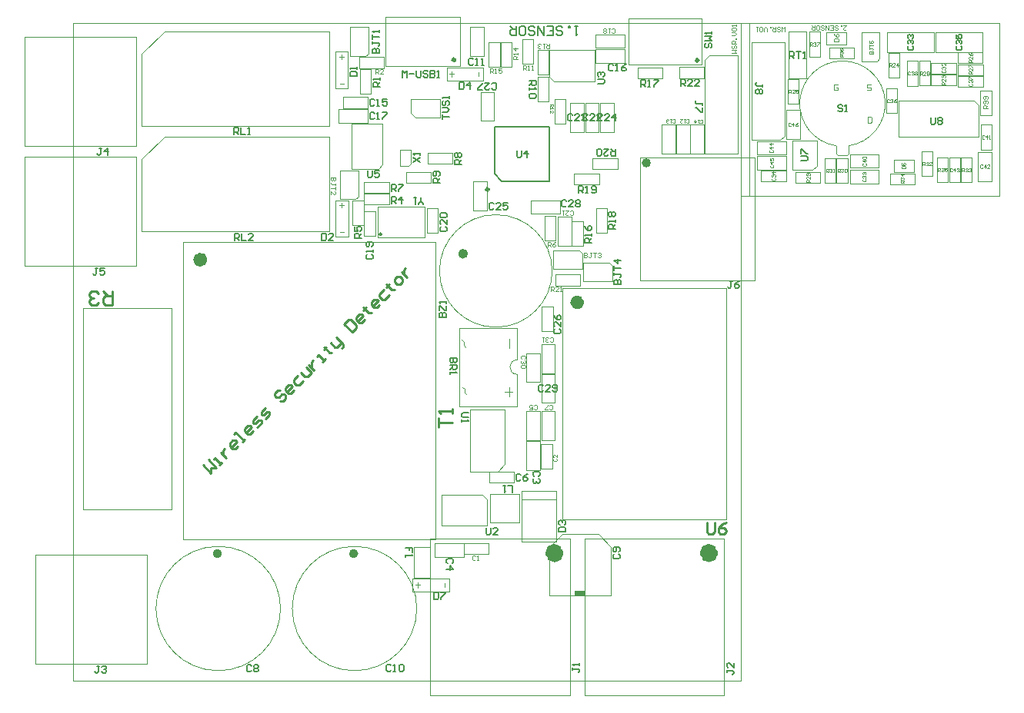
<source format=gto>
G04*
G04 #@! TF.GenerationSoftware,Altium Limited,Altium Designer,21.7.1 (17)*
G04*
G04 Layer_Color=65535*
%FSLAX25Y25*%
%MOIN*%
G70*
G04*
G04 #@! TF.SameCoordinates,E541626C-5F42-4904-A579-91A45D143E40*
G04*
G04*
G04 #@! TF.FilePolarity,Positive*
G04*
G01*
G75*
%ADD10C,0.03937*%
%ADD11C,0.01968*%
%ADD12C,0.00394*%
%ADD13C,0.03543*%
%ADD14C,0.01575*%
%ADD15C,0.02362*%
%ADD16C,0.01181*%
%ADD17C,0.01000*%
%ADD18C,0.03150*%
%ADD19C,0.00787*%
%ADD20C,0.00500*%
%ADD21C,0.00400*%
%ADD22C,0.00800*%
%ADD23C,0.00300*%
%ADD24R,0.04724X0.02362*%
D10*
X210602Y55539D02*
G03*
X210602Y55539I-1969J0D01*
G01*
X277532D02*
G03*
X277532Y55539I-1969J0D01*
G01*
D11*
X122638Y55315D02*
G03*
X122638Y55315I-984J0D01*
G01*
X249449Y224849D02*
G03*
X249449Y224849I-984J0D01*
G01*
X63583Y55315D02*
G03*
X63583Y55315I-984J0D01*
G01*
D12*
X149016Y31496D02*
G03*
X149016Y31496I-26969J0D01*
G01*
X336209Y232241D02*
G03*
X330739Y232241I-2735J18301D01*
G01*
X336209D02*
G03*
X330739Y232241I-2735J18301D01*
G01*
X346057Y244424D02*
G03*
X345663Y244817I-394J0D01*
G01*
Y242062D02*
G03*
X346057Y242455I0J394D01*
G01*
X89961Y31496D02*
G03*
X89961Y31496I-26969J0D01*
G01*
X207677Y177953D02*
G03*
X207677Y177953I-24409J0D01*
G01*
X192520Y139370D02*
G03*
X192520Y133071I0J-3150D01*
G01*
X162992Y38976D02*
Y44488D01*
X147244D02*
X162992D01*
X147244Y38976D02*
Y44488D01*
Y38976D02*
X162992D01*
X148425Y41732D02*
X150394D01*
X149452Y42795D02*
X149495Y40649D01*
X161024Y40945D02*
Y42520D01*
X154697Y-6272D02*
Y61839D01*
X215327D01*
X154697Y-6272D02*
X215327D01*
Y61839D01*
X212205Y170640D02*
X283071D01*
Y70118D02*
Y170640D01*
X212205Y70118D02*
X283071D01*
X212205D02*
Y170640D01*
X334943Y228066D02*
X335408D01*
X331540D02*
X335049D01*
X330718Y228888D02*
X331540Y228066D01*
X336230Y231250D02*
Y232038D01*
Y228888D02*
Y229676D01*
Y231250D01*
X330718Y228888D02*
Y232040D01*
X335408Y228066D02*
X336230Y228888D01*
X334943Y228066D02*
X335408D01*
X331540D02*
X335049D01*
X330718Y228888D02*
X331540Y228066D01*
X336230Y231250D02*
Y232038D01*
Y228888D02*
Y229676D01*
Y231250D01*
X330718Y228888D02*
Y232040D01*
X335408Y228066D02*
X336230Y228888D01*
X346057Y242455D02*
Y244424D01*
X344482Y244817D02*
X345663D01*
X344482Y242062D02*
Y244817D01*
X346057Y242455D02*
Y244424D01*
X344482Y242062D02*
X345663D01*
X344482D02*
Y244817D01*
X344088Y256432D02*
X345663D01*
Y257613D01*
X344088D02*
X345663D01*
X344088D02*
Y258794D01*
X345663D01*
X330758Y257613D02*
X331490D01*
Y256432D02*
Y257613D01*
X329915Y256432D02*
X331490D01*
X329915D02*
Y258794D01*
X331490D01*
X282256Y-6272D02*
Y61839D01*
X221626Y-6272D02*
X282256D01*
X221626Y61839D02*
X282256D01*
X221626Y-6272D02*
Y61839D01*
X295276Y173983D02*
Y227093D01*
X245669Y173983D02*
X295276D01*
X245669Y227093D02*
X295276D01*
X245669Y173983D02*
Y227093D01*
X206496Y37008D02*
X233268D01*
Y58268D01*
X227756Y63779D02*
X233268Y58268D01*
X212008Y63779D02*
X227756D01*
X206496Y58268D02*
X212008Y63779D01*
X206496Y37008D02*
Y58268D01*
X355669Y226160D02*
X364331D01*
X355669Y220664D02*
Y226160D01*
X364331Y220664D02*
Y226160D01*
X355669Y220664D02*
X364331D01*
X326469Y276044D02*
X335131D01*
Y281556D01*
X326469Y276044D02*
Y281556D01*
X335131D01*
X32026Y7480D02*
Y54724D01*
X-16267Y7480D02*
X32026D01*
X-16267Y54724D02*
X32026D01*
X-16267Y7480D02*
Y54724D01*
X27499Y232087D02*
Y279331D01*
X-20795Y232087D02*
X27499D01*
X-20795Y279331D02*
X27499D01*
X-20795Y232087D02*
Y279331D01*
X27499Y180118D02*
Y227362D01*
X-20795Y180118D02*
X27499D01*
X-20795Y227362D02*
X27499D01*
X-20795Y180118D02*
Y227362D01*
X4331Y74410D02*
X42913D01*
Y161811D01*
X4331D02*
X42913D01*
X4331Y74410D02*
Y161811D01*
X135479Y266742D02*
X167762D01*
X135479D02*
Y288002D01*
X167762D01*
Y266742D02*
Y288002D01*
X273688Y228904D02*
X288255D01*
Y271424D01*
X275657D02*
X288255D01*
X273688Y269455D02*
X275657Y271424D01*
X273688Y228904D02*
Y269455D01*
X293945Y277202D02*
X308512D01*
X293945Y234682D02*
Y277202D01*
Y234682D02*
X306543D01*
X308512Y236650D01*
Y277202D01*
X154724Y44882D02*
Y58268D01*
X147638Y44882D02*
X154724D01*
X147638D02*
Y58268D01*
X154724D01*
X209480Y60376D02*
Y82424D01*
X194520D02*
X209480D01*
X194520Y60376D02*
Y82424D01*
Y60376D02*
X209480D01*
X194913Y78880D02*
X209480D01*
X159199Y244635D02*
Y252509D01*
X146601D02*
X159199D01*
X148569Y244635D02*
X159199D01*
X146601Y246604D02*
X148569Y244635D01*
X146601Y246604D02*
Y252509D01*
X310033Y261471D02*
Y281711D01*
Y261471D02*
X317907D01*
X310033Y281711D02*
X317907D01*
Y261471D02*
Y281711D01*
X124475Y254683D02*
X129203D01*
X124475D02*
Y265419D01*
X129203D01*
Y254683D02*
Y265419D01*
X124181Y265954D02*
Y270683D01*
X134918D01*
Y265954D02*
Y270683D01*
X124181Y265954D02*
X134918D01*
X136966Y206834D02*
Y211562D01*
X126230Y206834D02*
X136966D01*
X126230D02*
Y211562D01*
X136966D01*
X121238Y208566D02*
X125966D01*
Y197830D02*
Y208566D01*
X121238Y197830D02*
X125966D01*
X121238D02*
Y208566D01*
X204331Y201823D02*
X209059D01*
Y191087D02*
Y201823D01*
X204331Y191087D02*
X209059D01*
X204331D02*
Y201823D01*
X136966Y211834D02*
Y216562D01*
X126230Y211834D02*
X136966D01*
X126230D02*
Y216562D01*
X136966D01*
X153634Y224338D02*
Y229066D01*
X164370D01*
Y224338D02*
Y229066D01*
X153634Y224338D02*
X164370D01*
X144534Y216038D02*
Y220766D01*
X155270D01*
Y216038D02*
Y220766D01*
X144534Y216038D02*
X155270D01*
X201438Y262166D02*
X206166D01*
Y251430D02*
Y262166D01*
X201438Y251430D02*
X206166D01*
X201438D02*
Y262166D01*
X194838Y278566D02*
X199566D01*
Y267830D02*
Y278566D01*
X194838Y267830D02*
X199566D01*
X194838D02*
Y278566D01*
X208638Y252566D02*
X213366D01*
Y241830D02*
Y252566D01*
X208638Y241830D02*
X213366D01*
X208638D02*
Y252566D01*
X201438Y273766D02*
X206166D01*
Y263030D02*
Y273766D01*
X201438Y263030D02*
X206166D01*
X201438D02*
Y273766D01*
X185538Y277266D02*
X190266D01*
Y266530D02*
Y277266D01*
X185538Y266530D02*
X190266D01*
X185538D02*
Y277266D01*
X180238D02*
X184966D01*
Y266530D02*
Y277266D01*
X180238Y266530D02*
X184966D01*
X180238D02*
Y277266D01*
X216234Y188834D02*
X220962D01*
X216234D02*
Y199570D01*
X220962D01*
Y188834D02*
Y199570D01*
X255381Y261571D02*
Y266299D01*
X244645Y261571D02*
X255381D01*
X244645D02*
Y266299D01*
X255381D01*
X226638Y205166D02*
X231366D01*
Y194430D02*
Y205166D01*
X226638Y194430D02*
X231366D01*
X226638D02*
Y205166D01*
X217234Y215438D02*
Y220166D01*
X227970D01*
Y215438D02*
Y220166D01*
X217234Y215438D02*
X227970D01*
X235966Y222234D02*
Y226962D01*
X225230Y222234D02*
X235966D01*
X225230D02*
Y226962D01*
X235966D01*
X219933Y171650D02*
Y176378D01*
X209197Y171650D02*
X219933D01*
X209197D02*
Y176378D01*
X219933D01*
X273466Y261634D02*
Y266362D01*
X262730Y261634D02*
X273466D01*
X262730D02*
Y266362D01*
X273466D01*
X382614Y258406D02*
Y263134D01*
X371878Y258406D02*
X382614D01*
X371878D02*
Y263134D01*
X382614D01*
X353340Y272625D02*
X358069D01*
Y261888D02*
Y272625D01*
X353340Y261888D02*
X358069D01*
X353340D02*
Y272625D01*
X309838Y261166D02*
X314566D01*
Y250430D02*
Y261166D01*
X309838Y250430D02*
X314566D01*
X309838D02*
Y261166D01*
X383506Y268046D02*
Y272774D01*
X394242D01*
Y268046D02*
Y272774D01*
X383506Y268046D02*
X394242D01*
X394287Y262924D02*
Y267652D01*
X383551Y262924D02*
X394287D01*
X383551D02*
Y267652D01*
X394287D01*
X366634Y258333D02*
X371362D01*
X366634D02*
Y269070D01*
X371362D01*
Y258333D02*
Y269070D01*
X323866Y216034D02*
Y220762D01*
X313130Y216034D02*
X323866D01*
X313130D02*
Y220762D01*
X323866D01*
X330906Y226955D02*
X335634D01*
Y216219D02*
Y226955D01*
X330906Y216219D02*
X335634D01*
X330906D02*
Y226955D01*
X325756D02*
X330485D01*
Y216219D02*
Y226955D01*
X325756Y216219D02*
X330485D01*
X325756D02*
Y226955D01*
X367838Y229766D02*
X372566D01*
Y219030D02*
Y229766D01*
X367838Y219030D02*
X372566D01*
X367838D02*
Y229766D01*
X384834Y216434D02*
X389562D01*
X384834D02*
Y227170D01*
X389562D01*
Y216434D02*
Y227170D01*
X364759Y215473D02*
Y220201D01*
X354023Y215473D02*
X364759D01*
X354023D02*
Y220201D01*
X364759D01*
X374438Y227166D02*
X379166D01*
Y216430D02*
Y227166D01*
X374438Y216430D02*
X379166D01*
X374438D02*
Y227166D01*
X338431Y270207D02*
Y274936D01*
X327695Y270207D02*
X338431D01*
X327695D02*
Y274936D01*
X338431D01*
X319088Y281680D02*
X323817D01*
Y270943D02*
Y281680D01*
X319088Y270943D02*
X323817D01*
X319088D02*
Y281680D01*
X393238Y256166D02*
X397966D01*
Y245430D02*
Y256166D01*
X393238Y245430D02*
X397966D01*
X393238D02*
Y256166D01*
X180709Y81299D02*
X193307D01*
Y68701D02*
Y81299D01*
X180709Y68701D02*
X193307D01*
X180709D02*
Y81299D01*
X240815Y287637D02*
X272311D01*
Y267558D02*
Y287637D01*
X240815Y267558D02*
X272311D01*
X240815D02*
Y287637D01*
X168898Y127559D02*
X169685Y126772D01*
Y125197D02*
Y126772D01*
Y125197D02*
X170472Y124409D01*
X168504Y148031D02*
X169291Y147244D01*
Y145669D02*
Y147244D01*
Y145669D02*
X170079Y144882D01*
X187008Y125591D02*
X190551D01*
X188976Y123622D02*
Y127559D01*
Y144488D02*
Y148425D01*
X167323Y119291D02*
X192520D01*
X167323Y153150D02*
X192520D01*
X167323Y119291D02*
Y153150D01*
X192520Y119291D02*
Y133071D01*
Y139370D02*
Y153150D01*
X352878Y281629D02*
X373122D01*
X352878Y272967D02*
Y281629D01*
X373122Y272967D02*
Y281629D01*
X352878Y272967D02*
X373122D01*
X373927D02*
X394171D01*
Y281629D01*
X373927Y272967D02*
Y281629D01*
X394171D01*
X196462Y104134D02*
X202358D01*
X196462Y91535D02*
Y104134D01*
Y91535D02*
X202358D01*
Y104134D01*
X156701Y53853D02*
Y59749D01*
Y53853D02*
X169299D01*
Y59749D01*
X156701D02*
X169299D01*
X196461Y104528D02*
X202357D01*
Y117126D01*
X196461D02*
X202357D01*
X196461Y104528D02*
Y117126D01*
X202957Y104528D02*
X208853D01*
Y117126D01*
X202957D02*
X208853D01*
X202957Y104528D02*
Y117126D01*
X172053Y283699D02*
X177949D01*
X172053Y271101D02*
Y283699D01*
Y271101D02*
X177949D01*
Y283699D01*
X261421Y241520D02*
X267317D01*
X261421Y228921D02*
Y241520D01*
Y228921D02*
X267317D01*
Y241520D01*
X255122D02*
X261018D01*
X255122Y228921D02*
Y241520D01*
Y228921D02*
X261018D01*
Y241520D01*
X267453D02*
X273349D01*
X267453Y228921D02*
Y241520D01*
Y228921D02*
X273349D01*
Y241520D01*
X239139Y268254D02*
Y274150D01*
X226541D02*
X239139D01*
X226541Y268254D02*
Y274150D01*
Y268254D02*
X239139D01*
X127778Y242327D02*
Y248223D01*
X115180D02*
X127778D01*
X115180Y242327D02*
Y248223D01*
Y242327D02*
X127778D01*
X239139Y274750D02*
Y280646D01*
X226541D02*
X239139D01*
X226541Y274750D02*
Y280646D01*
Y274750D02*
X239139D01*
X210053Y201499D02*
X215949D01*
X210053Y188901D02*
Y201499D01*
Y188901D02*
X215949D01*
Y201499D01*
X222034Y250769D02*
X227930D01*
X222034Y238171D02*
Y250769D01*
Y238171D02*
X227930D01*
Y250769D01*
X215535D02*
X221431D01*
X215535Y238171D02*
Y250769D01*
Y238171D02*
X221431D01*
Y250769D01*
X228530D02*
X234426D01*
X228530Y238171D02*
Y250769D01*
Y238171D02*
X234426D01*
Y250769D01*
X173451Y204101D02*
X179347D01*
Y216699D01*
X173451D02*
X179347D01*
X173451Y204101D02*
Y216699D01*
X176653Y255639D02*
X182549D01*
X176653Y243041D02*
Y255639D01*
Y243041D02*
X182549D01*
Y255639D01*
X211199Y202751D02*
Y208647D01*
X198601D02*
X211199D01*
X198601Y202751D02*
Y208647D01*
Y202751D02*
X211199D01*
X202957Y120669D02*
X208853D01*
Y133268D01*
X202957D02*
X208853D01*
X202957Y120669D02*
Y133268D01*
X196462Y142323D02*
X202358D01*
X196462Y129724D02*
Y142323D01*
Y129724D02*
X202358D01*
Y142323D01*
X202958Y146260D02*
X208854D01*
X202958Y133661D02*
Y146260D01*
Y133661D02*
X208854D01*
Y146260D01*
X349206Y215884D02*
Y221780D01*
X336608D02*
X349206D01*
X336608Y215884D02*
Y221780D01*
Y215884D02*
X349206D01*
Y222666D02*
Y228562D01*
X336608D02*
X349206D01*
X336608Y222666D02*
Y228562D01*
Y222666D02*
X349206D01*
X392251Y216901D02*
X398147D01*
Y229499D01*
X392251D02*
X398147D01*
X392251Y216901D02*
Y229499D01*
X296482Y228359D02*
Y234255D01*
Y228359D02*
X309081D01*
Y234255D01*
X296482D02*
X309081D01*
X296441Y221988D02*
Y227885D01*
Y221988D02*
X309040D01*
Y227885D01*
X296441D02*
X309040D01*
X309053Y247699D02*
X314949D01*
X309053Y235101D02*
Y247699D01*
Y235101D02*
X314949D01*
Y247699D01*
X169418Y54997D02*
X180206D01*
Y59749D01*
X169418D02*
X180206D01*
X169418Y54997D02*
Y59749D01*
X207685Y92059D02*
Y102847D01*
X202933D02*
X207685D01*
X202933Y92059D02*
Y102847D01*
Y92059D02*
X207685D01*
X180421Y90756D02*
X191209D01*
X180421Y86004D02*
Y90756D01*
Y86004D02*
X191209D01*
Y90756D01*
X117018Y248630D02*
X127805D01*
Y253382D01*
X117018D02*
X127805D01*
X117018Y248630D02*
Y253382D01*
X130970Y193018D02*
Y203805D01*
X126218D02*
X130970D01*
X126218Y193018D02*
Y203805D01*
Y193018D02*
X130970D01*
X153430Y194395D02*
Y205182D01*
Y194395D02*
X158182D01*
Y205182D01*
X153430D02*
X158182D01*
X371843Y268260D02*
X382630D01*
X371843Y263508D02*
Y268260D01*
Y263508D02*
X382630D01*
Y268260D01*
X298195Y221570D02*
X308982D01*
X298195Y216818D02*
Y221570D01*
Y216818D02*
X308982D01*
Y221570D01*
X357088Y246375D02*
Y257162D01*
X352337D02*
X357088D01*
X352337Y246375D02*
Y257162D01*
Y246375D02*
X357088D01*
X383516Y262542D02*
X394303D01*
X383516Y257790D02*
Y262542D01*
Y257790D02*
X394303D01*
Y262542D01*
X366170Y258318D02*
Y269105D01*
X361418D02*
X366170D01*
X361418Y258318D02*
Y269105D01*
Y258318D02*
X366170D01*
X398170Y230618D02*
Y241406D01*
X393418D02*
X398170D01*
X393418Y230618D02*
Y241406D01*
Y230618D02*
X398170D01*
X379630Y216394D02*
Y227182D01*
Y216394D02*
X384382D01*
Y227182D01*
X379630D02*
X384382D01*
X203230Y151795D02*
Y162582D01*
Y151795D02*
X207982D01*
Y162582D01*
X203230D02*
X207982D01*
X311678Y221761D02*
X320540D01*
X322335Y223556D01*
Y234359D01*
X311678Y221761D02*
Y234359D01*
X322335D01*
X120148Y283671D02*
X128022D01*
X120148Y271072D02*
Y283671D01*
X128022Y272253D02*
Y283671D01*
X126841Y271072D02*
X128022Y272253D01*
X120148Y271072D02*
X126841D01*
X115748Y221654D02*
X123622D01*
X115748Y209055D02*
Y221654D01*
X123622Y210236D02*
Y221654D01*
X122441Y209055D02*
X123622Y210236D01*
X115748Y209055D02*
X122441D01*
X208071Y178937D02*
Y186811D01*
Y178937D02*
X220669D01*
X208071Y186811D02*
X219488D01*
X220669Y185630D01*
Y178937D02*
Y185630D01*
X221063Y173622D02*
Y181496D01*
Y173622D02*
X233661D01*
X221063Y181496D02*
X232480D01*
X233661Y180315D01*
Y173622D02*
Y180315D01*
X341726Y281432D02*
X349600D01*
X341726Y268833D02*
Y281432D01*
X349600Y270014D02*
Y281432D01*
X348419Y268833D02*
X349600Y270014D01*
X341726Y268833D02*
X348419D01*
X113744Y257326D02*
X119256D01*
Y273074D01*
X113744D02*
X119256D01*
X113744Y257326D02*
Y273074D01*
X116500Y269924D02*
Y271893D01*
X115417Y270823D02*
X117562Y270866D01*
X115713Y259295D02*
X117287D01*
X113779Y192913D02*
X119291D01*
Y208661D01*
X113779D02*
X119291D01*
X113779Y192913D02*
Y208661D01*
X116535Y205512D02*
Y207480D01*
X115452Y206411D02*
X117598Y206453D01*
X115748Y194882D02*
X117323D01*
X177762Y260644D02*
Y266156D01*
X162014D02*
X177762D01*
X162014Y260644D02*
Y266156D01*
Y260644D02*
X177762D01*
X163195Y263400D02*
X165164D01*
X164222Y264462D02*
X164265Y262316D01*
X175794Y262613D02*
Y264187D01*
X131964Y192507D02*
Y205893D01*
Y192507D02*
X152436D01*
Y205893D01*
X131964D02*
X152436D01*
X110984Y240984D02*
Y281929D01*
X29882Y240984D02*
X110984D01*
X29882D02*
Y272087D01*
X39724Y281929D01*
X110984D01*
X111024Y195276D02*
Y236221D01*
X29921Y195276D02*
X111024D01*
X29921D02*
Y226378D01*
X39764Y236221D01*
X111024D01*
X172244Y117717D02*
X187205D01*
X172244Y90945D02*
Y117717D01*
X187205Y94095D02*
Y117717D01*
X184055Y90945D02*
X187205Y94095D01*
X172244Y90945D02*
X184055D01*
X392514Y236156D02*
Y249936D01*
X390545Y251904D02*
X392514Y249936D01*
X357868Y251904D02*
X390545D01*
X357868Y236156D02*
Y251904D01*
Y236156D02*
X392514D01*
X157087Y61417D02*
Y190551D01*
X47638Y61417D02*
X157087D01*
X47638D02*
Y190551D01*
X157087D01*
X177559Y80905D02*
X179527Y78937D01*
Y67520D02*
Y78937D01*
X159843Y80905D02*
X177559D01*
X159843Y67520D02*
X179527D01*
X159843D02*
Y80905D01*
X206557Y262276D02*
X208526Y260307D01*
X206557Y262276D02*
Y273693D01*
X208526Y260307D02*
X226242D01*
X206557Y273693D02*
X226242D01*
Y260307D02*
Y273693D01*
X132283Y222047D02*
X134252Y224016D01*
X120866Y222047D02*
X132283D01*
X134252Y224016D02*
Y241732D01*
X120866Y222047D02*
Y241732D01*
X134252D01*
X141838Y223357D02*
X145381D01*
X146562Y224538D01*
Y230443D01*
X141838D02*
X146562D01*
X141838Y223357D02*
Y230443D01*
X289370Y0D02*
Y285416D01*
X289381Y285426D01*
X401400D01*
X293000Y210800D02*
X293200Y285400D01*
X401400Y210660D02*
Y285426D01*
X289370Y210660D02*
X401400D01*
X287203Y285465D02*
X289370Y285433D01*
X287402Y0D02*
X289370D01*
X0Y285433D02*
X287203Y285465D01*
X0Y0D02*
Y285433D01*
Y0D02*
X287402D01*
D13*
X219685Y164341D02*
G03*
X219685Y164341I-1181J0D01*
G01*
D14*
X165400Y269498D02*
G03*
X165400Y269498I-394J0D01*
G01*
D15*
X170079Y185433D02*
G03*
X170079Y185433I-984J0D01*
G01*
D16*
X271084Y269357D02*
G03*
X271084Y269357I-557J0D01*
G01*
X180216Y213376D02*
G03*
X180216Y213376I-591J0D01*
G01*
D17*
X133743Y193885D02*
G03*
X133743Y193885I-394J0D01*
G01*
X56287Y93727D02*
X59822Y90192D01*
Y92549D01*
X62178D01*
X58644Y96083D01*
X63356Y93727D02*
X64534Y94905D01*
X63945Y94316D01*
X61589Y96672D01*
X61000Y96083D01*
X63945Y99028D02*
X66302Y96672D01*
X65123Y97850D01*
Y99028D01*
Y100206D01*
X65712Y100795D01*
X71603Y101974D02*
X70425Y100795D01*
X69247D01*
X68069Y101974D01*
X68069Y103152D01*
X69247Y104330D01*
X70425D01*
X71014Y103741D01*
X68658Y101385D01*
X73370Y103741D02*
X74549Y104919D01*
X73959Y104330D01*
X70425Y107864D01*
X69836Y107275D01*
X78083Y108453D02*
X76905Y107275D01*
X75727D01*
X74549Y108453D01*
Y109632D01*
X75727Y110810D01*
X76905D01*
X77494Y110221D01*
X75138Y107864D01*
X79850Y110221D02*
X81617Y111988D01*
X81617Y113166D01*
X80439D01*
X79261Y111988D01*
X78083D01*
X78083Y113166D01*
X79850Y114933D01*
X83385Y113755D02*
X85152Y115522D01*
X85152Y116700D01*
X83973D01*
X82795Y115522D01*
X81617D01*
X81617Y116700D01*
X83385Y118467D01*
X89864Y126125D02*
X88686Y126125D01*
X87508Y124947D01*
Y123769D01*
X88097Y123180D01*
X89275D01*
X90453Y124358D01*
X91631Y124358D01*
X92220Y123769D01*
X92220Y122591D01*
X91042Y121413D01*
X89864D01*
X95755Y126125D02*
X94577Y124947D01*
X93399D01*
X92220Y126125D01*
Y127303D01*
X93399Y128482D01*
X94577D01*
X95166Y127892D01*
X92809Y125536D01*
X97522Y132605D02*
X95755Y130838D01*
Y129660D01*
X96933Y128481D01*
X98111D01*
X99878Y130249D01*
X98700Y133783D02*
X100467Y132016D01*
X101646D01*
X103413Y133783D01*
X101056Y136139D01*
X102234Y137318D02*
X104591Y134961D01*
X103413Y136139D01*
Y137318D01*
Y138496D01*
X104002Y139085D01*
X108125Y138496D02*
X109303Y139674D01*
X108714Y139085D01*
X106358Y141441D01*
X105769Y140852D01*
X108714Y144975D02*
X109303Y144386D01*
X108714Y143797D01*
X109892Y144975D01*
X109303Y144386D01*
X111071Y142619D01*
X112249Y142619D01*
X111660Y146743D02*
X113427Y144975D01*
X114605D01*
X116372Y146743D01*
X116961Y146153D01*
Y144975D01*
X116372Y144386D01*
Y146743D02*
X114016Y149099D01*
X117550Y154990D02*
X121085Y151455D01*
X122852Y153222D01*
Y154400D01*
X120495Y156757D01*
X119317Y156757D01*
X117550Y154990D01*
X126386Y156757D02*
X125208Y155578D01*
X124030D01*
X122852Y156757D01*
X122852Y157935D01*
X124030Y159113D01*
X125208D01*
X125797Y158524D01*
X123441Y156168D01*
X125797Y162058D02*
X126386Y161469D01*
X125797Y160880D01*
X126975Y162058D01*
X126386Y161469D01*
X128153Y159702D01*
X129332Y159702D01*
X132866Y163236D02*
X131688Y162058D01*
X130510D01*
X129332Y163236D01*
X129332Y164415D01*
X130510Y165593D01*
X131688D01*
X132277Y165004D01*
X129921Y162647D01*
X134633Y169716D02*
X132866Y167949D01*
X132866Y166771D01*
X134044Y165593D01*
X135222D01*
X136989Y167360D01*
X135811Y172072D02*
X136400Y171483D01*
X135811Y170894D01*
X136989Y172072D01*
X136400Y171483D01*
X138168Y169716D01*
X139346D01*
X141702Y172072D02*
X142880Y173250D01*
X142880Y174429D01*
X141702Y175607D01*
X140524D01*
X139346Y174429D01*
Y173250D01*
X140524Y172072D01*
X141702D01*
X142291Y177374D02*
X144647Y175018D01*
X143469Y176196D01*
Y177374D01*
Y178552D01*
X144058Y179141D01*
X274635Y68899D02*
Y64734D01*
X275468Y63901D01*
X277134D01*
X277967Y64734D01*
Y68899D01*
X282965D02*
X281299Y68066D01*
X279633Y66400D01*
Y64734D01*
X280466Y63901D01*
X282132D01*
X282965Y64734D01*
Y65567D01*
X282132Y66400D01*
X279633D01*
X158401Y110201D02*
Y114200D01*
Y112201D01*
X164399D01*
Y116199D02*
Y118199D01*
Y117199D01*
X158401D01*
X159401Y116199D01*
X16998Y168999D02*
Y163001D01*
X13999D01*
X13000Y164001D01*
Y166000D01*
X13999Y167000D01*
X16998D01*
X14999D02*
X13000Y168999D01*
X11000Y164001D02*
X10001Y163001D01*
X8001D01*
X7002Y164001D01*
Y165000D01*
X8001Y166000D01*
X9001D01*
X8001D01*
X7002Y167000D01*
Y167999D01*
X8001Y168999D01*
X10001D01*
X11000Y167999D01*
D18*
X56783Y182858D02*
G03*
X56783Y182858I-1575J0D01*
G01*
D19*
X182775Y240542D02*
X206397D01*
X185924Y216920D02*
X206397D01*
X182775Y220069D02*
Y240542D01*
Y220069D02*
X185924Y216920D01*
X206397D02*
Y240542D01*
D20*
X156556Y38507D02*
Y35508D01*
X158055D01*
X158555Y36008D01*
Y38008D01*
X158055Y38507D01*
X156556D01*
X159555D02*
X161554D01*
Y38008D01*
X159555Y36008D01*
Y35508D01*
X216500Y5800D02*
Y4800D01*
Y5300D01*
X219000D01*
X219499Y4800D01*
Y4301D01*
X219000Y3801D01*
X219499Y6800D02*
Y7799D01*
Y7299D01*
X216500D01*
X217000Y6800D01*
X137851D02*
X137351Y7299D01*
X136351D01*
X135851Y6800D01*
Y4800D01*
X136351Y4301D01*
X137351D01*
X137851Y4800D01*
X138850Y4301D02*
X139850D01*
X139350D01*
Y7299D01*
X138850Y6800D01*
X141349D02*
X141849Y7299D01*
X142849D01*
X143349Y6800D01*
Y4800D01*
X142849Y4301D01*
X141849D01*
X141349Y4800D01*
Y6800D01*
X166299Y140300D02*
X163300D01*
Y138801D01*
X163800Y138301D01*
X164300D01*
X164799Y138801D01*
Y140300D01*
Y138801D01*
X165299Y138301D01*
X165799D01*
X166299Y138801D01*
Y140300D01*
X163300Y137301D02*
X166299D01*
Y135801D01*
X165799Y135302D01*
X164799D01*
X164300Y135801D01*
Y137301D01*
Y136301D02*
X163300Y135302D01*
Y134302D02*
Y133302D01*
Y133802D01*
X166299D01*
X165799Y134302D01*
X298900Y257700D02*
Y258699D01*
Y258200D01*
X296400D01*
X295901Y258699D01*
Y259199D01*
X296400Y259699D01*
X298400Y256700D02*
X298900Y256200D01*
Y255201D01*
X298400Y254701D01*
X297900D01*
X297400Y255201D01*
X296900Y254701D01*
X296400D01*
X295901Y255201D01*
Y256200D01*
X296400Y256700D01*
X296900D01*
X297400Y256200D01*
X297900Y256700D01*
X298400D01*
X297400Y256200D02*
Y255201D01*
X208800Y152801D02*
X208300Y152301D01*
Y151301D01*
X208800Y150801D01*
X210800D01*
X211299Y151301D01*
Y152301D01*
X210800Y152801D01*
X211299Y155800D02*
Y153800D01*
X209300Y155800D01*
X208800D01*
X208300Y155300D01*
Y154300D01*
X208800Y153800D01*
X208300Y158799D02*
X208800Y157799D01*
X209800Y156799D01*
X210800D01*
X211299Y157299D01*
Y158299D01*
X210800Y158799D01*
X210300D01*
X209800Y158299D01*
Y156799D01*
X151799Y206700D02*
Y207200D01*
X150800Y208200D01*
X149800Y207200D01*
Y206700D01*
X150800Y208200D02*
Y209700D01*
X148800D02*
X147801D01*
X148301D01*
Y206700D01*
X148800Y207200D01*
X147501Y225201D02*
X150499Y227200D01*
X147501D02*
X150499Y225201D01*
Y228200D02*
Y229199D01*
Y228699D01*
X147501D01*
X148000Y228200D01*
X371701Y244499D02*
Y242000D01*
X372201Y241500D01*
X373200D01*
X373700Y242000D01*
Y244499D01*
X374700Y244000D02*
X375200Y244499D01*
X376199D01*
X376699Y244000D01*
Y243500D01*
X376199Y243000D01*
X376699Y242500D01*
Y242000D01*
X376199Y241500D01*
X375200D01*
X374700Y242000D01*
Y242500D01*
X375200Y243000D01*
X374700Y243500D01*
Y244000D01*
X375200Y243000D02*
X376199D01*
X315300Y225701D02*
X317800D01*
X318300Y226201D01*
Y227200D01*
X317800Y227700D01*
X315300D01*
Y228700D02*
Y230699D01*
X315800D01*
X317800Y228700D01*
X318300D01*
X127701Y221499D02*
Y219000D01*
X128201Y218500D01*
X129200D01*
X129700Y219000D01*
Y221499D01*
X132699D02*
X130700D01*
Y220000D01*
X131700Y220500D01*
X132199D01*
X132699Y220000D01*
Y219000D01*
X132199Y218500D01*
X131200D01*
X130700Y219000D01*
X192300Y230199D02*
Y227700D01*
X192800Y227200D01*
X193799D01*
X194299Y227700D01*
Y230199D01*
X196799Y227200D02*
Y230199D01*
X195299Y228699D01*
X197298D01*
X227301Y259301D02*
X229800D01*
X230299Y259801D01*
Y260800D01*
X229800Y261300D01*
X227301D01*
X227800Y262300D02*
X227301Y262800D01*
Y263799D01*
X227800Y264299D01*
X228300D01*
X228800Y263799D01*
Y263299D01*
Y263799D01*
X229300Y264299D01*
X229800D01*
X230299Y263799D01*
Y262800D01*
X229800Y262300D01*
X179101Y66500D02*
Y64000D01*
X179601Y63500D01*
X180600D01*
X181100Y64000D01*
Y66500D01*
X184099Y63500D02*
X182100D01*
X184099Y65500D01*
Y66000D01*
X183599Y66500D01*
X182600D01*
X182100Y66000D01*
X171500Y116399D02*
X169000D01*
X168500Y115900D01*
Y114900D01*
X169000Y114400D01*
X171500D01*
X168500Y113400D02*
Y112401D01*
Y112900D01*
X171500D01*
X171000Y113400D01*
X160100Y243802D02*
Y245801D01*
Y244801D01*
X163100D01*
X160100Y246801D02*
X162100D01*
X163100Y247800D01*
X162100Y248800D01*
X160100D01*
X160600Y251799D02*
X160100Y251299D01*
Y250300D01*
X160600Y249800D01*
X161100D01*
X161600Y250300D01*
Y251299D01*
X162100Y251799D01*
X162600D01*
X163100Y251299D01*
Y250300D01*
X162600Y249800D01*
X163100Y252799D02*
Y253798D01*
Y253298D01*
X160100D01*
X160600Y252799D01*
X274400Y276700D02*
X273901Y276201D01*
Y275201D01*
X274400Y274701D01*
X274900D01*
X275400Y275201D01*
Y276201D01*
X275900Y276700D01*
X276400D01*
X276900Y276201D01*
Y275201D01*
X276400Y274701D01*
X273901Y277700D02*
X276900D01*
X275900Y278700D01*
X276900Y279699D01*
X273901D01*
X276900Y280699D02*
Y281699D01*
Y281199D01*
X273901D01*
X274400Y280699D01*
X333499Y249599D02*
X332999Y250099D01*
X332000D01*
X331500Y249599D01*
Y249099D01*
X332000Y248600D01*
X332999D01*
X333499Y248100D01*
Y247600D01*
X332999Y247100D01*
X332000D01*
X331500Y247600D01*
X334499Y247100D02*
X335499D01*
X334999D01*
Y250099D01*
X334499Y249599D01*
X310500Y270100D02*
Y273099D01*
X312000D01*
X312499Y272599D01*
Y271600D01*
X312000Y271100D01*
X310500D01*
X311500D02*
X312499Y270100D01*
X313499Y273099D02*
X315498D01*
X314499D01*
Y270100D01*
X316498D02*
X317498D01*
X316998D01*
Y273099D01*
X316498Y272599D01*
X70001Y191300D02*
Y194299D01*
X71501D01*
X72001Y193800D01*
Y192800D01*
X71501Y192300D01*
X70001D01*
X71001D02*
X72001Y191300D01*
X73000Y194299D02*
Y191300D01*
X75000D01*
X77999D02*
X75999D01*
X77999Y193300D01*
Y193800D01*
X77499Y194299D01*
X76499D01*
X75999Y193800D01*
X69901Y237300D02*
Y240300D01*
X71401D01*
X71900Y239800D01*
Y238800D01*
X71401Y238300D01*
X69901D01*
X70901D02*
X71900Y237300D01*
X72900Y240300D02*
Y237300D01*
X74900D01*
X75899D02*
X76899D01*
X76399D01*
Y240300D01*
X75899Y239800D01*
X263401Y258101D02*
Y261100D01*
X264901D01*
X265401Y260600D01*
Y259600D01*
X264901Y259100D01*
X263401D01*
X264401D02*
X265401Y258101D01*
X268400D02*
X266400D01*
X268400Y260100D01*
Y260600D01*
X267900Y261100D01*
X266900D01*
X266400Y260600D01*
X271399Y258101D02*
X269399D01*
X271399Y260100D01*
Y260600D01*
X270899Y261100D01*
X269899D01*
X269399Y260600D01*
X234999Y230900D02*
Y227901D01*
X233499D01*
X232999Y228400D01*
Y229400D01*
X233499Y229900D01*
X234999D01*
X233999D02*
X232999Y230900D01*
X230000D02*
X232000D01*
X230000Y228900D01*
Y228400D01*
X230500Y227901D01*
X231500D01*
X232000Y228400D01*
X229001D02*
X228501Y227901D01*
X227501D01*
X227001Y228400D01*
Y230400D01*
X227501Y230900D01*
X228501D01*
X229001Y230400D01*
Y228400D01*
X219251Y211701D02*
Y214700D01*
X220751D01*
X221251Y214200D01*
Y213200D01*
X220751Y212700D01*
X219251D01*
X220251D02*
X221251Y211701D01*
X222250D02*
X223250D01*
X222750D01*
Y214700D01*
X222250Y214200D01*
X224749Y212200D02*
X225249Y211701D01*
X226249D01*
X226749Y212200D01*
Y214200D01*
X226249Y214700D01*
X225249D01*
X224749Y214200D01*
Y213700D01*
X225249Y213200D01*
X226749D01*
X235100Y196051D02*
X232101D01*
Y197551D01*
X232600Y198051D01*
X233600D01*
X234100Y197551D01*
Y196051D01*
Y197051D02*
X235100Y198051D01*
Y199050D02*
Y200050D01*
Y199550D01*
X232101D01*
X232600Y199050D01*
Y201549D02*
X232101Y202049D01*
Y203049D01*
X232600Y203549D01*
X233100D01*
X233600Y203049D01*
X234100Y203549D01*
X234600D01*
X235100Y203049D01*
Y202049D01*
X234600Y201549D01*
X234100D01*
X233600Y202049D01*
X233100Y201549D01*
X232600D01*
X233600Y202049D02*
Y203049D01*
X246251Y257901D02*
Y260899D01*
X247751D01*
X248251Y260400D01*
Y259400D01*
X247751Y258900D01*
X246251D01*
X247251D02*
X248251Y257901D01*
X249250D02*
X250250D01*
X249750D01*
Y260899D01*
X249250Y260400D01*
X251749Y260899D02*
X253749D01*
Y260400D01*
X251749Y258400D01*
Y257901D01*
X224699Y190051D02*
X221701D01*
Y191551D01*
X222200Y192051D01*
X223200D01*
X223700Y191551D01*
Y190051D01*
Y191051D02*
X224699Y192051D01*
Y193050D02*
Y194050D01*
Y193550D01*
X221701D01*
X222200Y193050D01*
X221701Y197549D02*
X222200Y196549D01*
X223200Y195549D01*
X224200D01*
X224699Y196049D01*
Y197049D01*
X224200Y197549D01*
X223700D01*
X223200Y197049D01*
Y195549D01*
X197701Y260349D02*
X200699D01*
Y258849D01*
X200200Y258349D01*
X199200D01*
X198700Y258849D01*
Y260349D01*
Y259349D02*
X197701Y258349D01*
Y257350D02*
Y256350D01*
Y256850D01*
X200699D01*
X200200Y257350D01*
Y254851D02*
X200699Y254351D01*
Y253351D01*
X200200Y252851D01*
X198200D01*
X197701Y253351D01*
Y254351D01*
X198200Y254851D01*
X200200D01*
X159099Y216101D02*
X156100D01*
Y217600D01*
X156600Y218100D01*
X157600D01*
X158100Y217600D01*
Y216101D01*
Y217101D02*
X159099Y218100D01*
X158600Y219100D02*
X159099Y219600D01*
Y220599D01*
X158600Y221099D01*
X156600D01*
X156100Y220599D01*
Y219600D01*
X156600Y219100D01*
X157100D01*
X157600Y219600D01*
Y221099D01*
X168299Y224301D02*
X165301D01*
Y225800D01*
X165800Y226300D01*
X166800D01*
X167300Y225800D01*
Y224301D01*
Y225301D02*
X168299Y226300D01*
X165800Y227300D02*
X165301Y227800D01*
Y228799D01*
X165800Y229299D01*
X166300D01*
X166800Y228799D01*
X167300Y229299D01*
X167800D01*
X168299Y228799D01*
Y227800D01*
X167800Y227300D01*
X167300D01*
X166800Y227800D01*
X166300Y227300D01*
X165800D01*
X166800Y227800D02*
Y228799D01*
X138101Y212501D02*
Y215499D01*
X139600D01*
X140100Y215000D01*
Y214000D01*
X139600Y213500D01*
X138101D01*
X139101D02*
X140100Y212501D01*
X141100Y215499D02*
X143099D01*
Y215000D01*
X141100Y213000D01*
Y212501D01*
X125100Y192301D02*
X122100D01*
Y193800D01*
X122600Y194300D01*
X123600D01*
X124100Y193800D01*
Y192301D01*
Y193300D02*
X125100Y194300D01*
X122100Y197299D02*
Y195300D01*
X123600D01*
X123100Y196300D01*
Y196799D01*
X123600Y197299D01*
X124600D01*
X125100Y196799D01*
Y195800D01*
X124600Y195300D01*
X138101Y207300D02*
Y210299D01*
X139600D01*
X140100Y209800D01*
Y208800D01*
X139600Y208300D01*
X138101D01*
X139101D02*
X140100Y207300D01*
X142599D02*
Y210299D01*
X141100Y208800D01*
X143099D01*
X133099Y257801D02*
X130101D01*
Y259300D01*
X130600Y259800D01*
X131600D01*
X132100Y259300D01*
Y257801D01*
Y258800D02*
X133099Y259800D01*
Y260800D02*
Y261799D01*
Y261299D01*
X130101D01*
X130600Y260800D01*
X142803Y261900D02*
Y264899D01*
X143802Y263900D01*
X144802Y264899D01*
Y261900D01*
X145802Y263400D02*
X147801D01*
X148801Y264899D02*
Y262400D01*
X149301Y261900D01*
X150300D01*
X150800Y262400D01*
Y264899D01*
X153799Y264400D02*
X153299Y264899D01*
X152299D01*
X151800Y264400D01*
Y263900D01*
X152299Y263400D01*
X153299D01*
X153799Y262900D01*
Y262400D01*
X153299Y261900D01*
X152299D01*
X151800Y262400D01*
X154799Y264899D02*
Y261900D01*
X156298D01*
X156798Y262400D01*
Y262900D01*
X156298Y263400D01*
X154799D01*
X156298D01*
X156798Y263900D01*
Y264400D01*
X156298Y264899D01*
X154799D01*
X157798Y261900D02*
X158797D01*
X158298D01*
Y264899D01*
X157798Y264400D01*
X190599Y81901D02*
Y84899D01*
X188600D01*
X187600D02*
X186601D01*
X187101D01*
Y81901D01*
X187600Y82400D01*
X272699Y249900D02*
Y250900D01*
Y250400D01*
X270200D01*
X269701Y250900D01*
Y251399D01*
X270200Y251899D01*
X272699Y248900D02*
Y246901D01*
X272200D01*
X270200Y248900D01*
X269701D01*
X285700Y173500D02*
X284700D01*
X285200D01*
Y171000D01*
X284700Y170501D01*
X284201D01*
X283701Y171000D01*
X288699Y173500D02*
X287700Y173000D01*
X286700Y172000D01*
Y171000D01*
X287200Y170501D01*
X288199D01*
X288699Y171000D01*
Y171500D01*
X288199Y172000D01*
X286700D01*
X10700Y179299D02*
X9701D01*
X10200D01*
Y176800D01*
X9701Y176301D01*
X9201D01*
X8701Y176800D01*
X13699Y179299D02*
X11700D01*
Y177800D01*
X12699Y178300D01*
X13199D01*
X13699Y177800D01*
Y176800D01*
X13199Y176301D01*
X12200D01*
X11700Y176800D01*
X12500Y231299D02*
X11501D01*
X12000D01*
Y228800D01*
X11501Y228300D01*
X11001D01*
X10501Y228800D01*
X14999Y228300D02*
Y231299D01*
X13500Y229800D01*
X15499D01*
X11500Y6499D02*
X10501D01*
X11000D01*
Y4000D01*
X10501Y3500D01*
X10001D01*
X9501Y4000D01*
X12500Y6000D02*
X13000Y6499D01*
X13999D01*
X14499Y6000D01*
Y5500D01*
X13999Y5000D01*
X13499D01*
X13999D01*
X14499Y4500D01*
Y4000D01*
X13999Y3500D01*
X13000D01*
X12500Y4000D01*
X283300Y4900D02*
Y3901D01*
Y4400D01*
X285800D01*
X286299Y3901D01*
Y3401D01*
X285800Y2901D01*
X286299Y7899D02*
Y5900D01*
X284300Y7899D01*
X283800D01*
X283300Y7399D01*
Y6400D01*
X283800Y5900D01*
X147169Y55905D02*
Y57905D01*
X145669D01*
Y56905D01*
Y57905D01*
X144170D01*
Y54906D02*
Y53906D01*
Y54406D01*
X147169D01*
X146669Y54906D01*
X167501Y259899D02*
Y256901D01*
X169000D01*
X169500Y257400D01*
Y259400D01*
X169000Y259899D01*
X167501D01*
X171999Y256901D02*
Y259899D01*
X170500Y258400D01*
X172499D01*
X210501Y64701D02*
X213499D01*
Y66200D01*
X213000Y66700D01*
X211000D01*
X210501Y66200D01*
Y64701D01*
X211000Y67700D02*
X210501Y68200D01*
Y69199D01*
X211000Y69699D01*
X211500D01*
X212000Y69199D01*
Y68700D01*
Y69199D01*
X212500Y69699D01*
X213000D01*
X213499Y69199D01*
Y68200D01*
X213000Y67700D01*
X107901Y194299D02*
Y191300D01*
X109400D01*
X109900Y191800D01*
Y193800D01*
X109400Y194299D01*
X107901D01*
X112899Y191300D02*
X110900D01*
X112899Y193300D01*
Y193800D01*
X112399Y194299D01*
X111400D01*
X110900Y193800D01*
X120100Y262401D02*
X123100D01*
Y263900D01*
X122600Y264400D01*
X120600D01*
X120100Y263900D01*
Y262401D01*
X123100Y265400D02*
Y266399D01*
Y265899D01*
X120100D01*
X120600Y265400D01*
X383167Y275534D02*
X382750Y275117D01*
Y274284D01*
X383167Y273868D01*
X384833D01*
X385250Y274284D01*
Y275117D01*
X384833Y275534D01*
X383167Y276367D02*
X382750Y276783D01*
Y277617D01*
X383167Y278033D01*
X383583D01*
X384000Y277617D01*
Y277200D01*
Y277617D01*
X384417Y278033D01*
X384833D01*
X385250Y277617D01*
Y276783D01*
X384833Y276367D01*
X382750Y280532D02*
Y278866D01*
X384000D01*
X383583Y279699D01*
Y280116D01*
X384000Y280532D01*
X384833D01*
X385250Y280116D01*
Y279283D01*
X384833Y278866D01*
X362167Y275534D02*
X361750Y275117D01*
Y274284D01*
X362167Y273868D01*
X363833D01*
X364250Y274284D01*
Y275117D01*
X363833Y275534D01*
X362167Y276367D02*
X361750Y276783D01*
Y277617D01*
X362167Y278033D01*
X362583D01*
X363000Y277617D01*
Y277200D01*
Y277617D01*
X363417Y278033D01*
X363833D01*
X364250Y277617D01*
Y276783D01*
X363833Y276367D01*
X362167Y278866D02*
X361750Y279283D01*
Y280116D01*
X362167Y280532D01*
X362583D01*
X363000Y280116D01*
Y279699D01*
Y280116D01*
X363417Y280532D01*
X363833D01*
X364250Y280116D01*
Y279283D01*
X363833Y278866D01*
X203899Y127999D02*
X203399Y128499D01*
X202400D01*
X201900Y127999D01*
Y126000D01*
X202400Y125500D01*
X203399D01*
X203899Y126000D01*
X206898Y125500D02*
X204899D01*
X206898Y127499D01*
Y127999D01*
X206399Y128499D01*
X205399D01*
X204899Y127999D01*
X207898Y126000D02*
X208398Y125500D01*
X209398D01*
X209897Y126000D01*
Y127999D01*
X209398Y128499D01*
X208398D01*
X207898Y127999D01*
Y127499D01*
X208398Y126999D01*
X209897D01*
X213801Y208200D02*
X213301Y208699D01*
X212301D01*
X211801Y208200D01*
Y206200D01*
X212301Y205700D01*
X213301D01*
X213801Y206200D01*
X216800Y205700D02*
X214800D01*
X216800Y207700D01*
Y208200D01*
X216300Y208699D01*
X215300D01*
X214800Y208200D01*
X217799D02*
X218299Y208699D01*
X219299D01*
X219799Y208200D01*
Y207700D01*
X219299Y207200D01*
X219799Y206700D01*
Y206200D01*
X219299Y205700D01*
X218299D01*
X217799Y206200D01*
Y206700D01*
X218299Y207200D01*
X217799Y207700D01*
Y208200D01*
X218299Y207200D02*
X219299D01*
X181599Y257000D02*
X182099Y256501D01*
X183099D01*
X183599Y257000D01*
Y259000D01*
X183099Y259500D01*
X182099D01*
X181599Y259000D01*
X178600Y259500D02*
X180600D01*
X178600Y257500D01*
Y257000D01*
X179100Y256501D01*
X180100D01*
X180600Y257000D01*
X177601Y256501D02*
X175601D01*
Y257000D01*
X177601Y259000D01*
Y259500D01*
X182401Y207000D02*
X181901Y207500D01*
X180901D01*
X180401Y207000D01*
Y205000D01*
X180901Y204501D01*
X181901D01*
X182401Y205000D01*
X185400Y204501D02*
X183400D01*
X185400Y206500D01*
Y207000D01*
X184900Y207500D01*
X183900D01*
X183400Y207000D01*
X188399Y207500D02*
X186399D01*
Y206000D01*
X187399Y206500D01*
X187899D01*
X188399Y206000D01*
Y205000D01*
X187899Y204501D01*
X186899D01*
X186399Y205000D01*
X229499Y245499D02*
X228999Y245999D01*
X228000D01*
X227500Y245499D01*
Y243500D01*
X228000Y243000D01*
X228999D01*
X229499Y243500D01*
X232498Y243000D02*
X230499D01*
X232498Y244999D01*
Y245499D01*
X231998Y245999D01*
X230999D01*
X230499Y245499D01*
X234998Y243000D02*
Y245999D01*
X233498Y244499D01*
X235497D01*
X216499Y245499D02*
X216000Y245999D01*
X215000D01*
X214500Y245499D01*
Y243500D01*
X215000Y243000D01*
X216000D01*
X216499Y243500D01*
X219498Y243000D02*
X217499D01*
X219498Y244999D01*
Y245499D01*
X218999Y245999D01*
X217999D01*
X217499Y245499D01*
X220498D02*
X220998Y245999D01*
X221998D01*
X222497Y245499D01*
Y244999D01*
X221998Y244499D01*
X221498D01*
X221998D01*
X222497Y244000D01*
Y243500D01*
X221998Y243000D01*
X220998D01*
X220498Y243500D01*
X222999Y245499D02*
X222499Y245999D01*
X221500D01*
X221000Y245499D01*
Y243500D01*
X221500Y243000D01*
X222499D01*
X222999Y243500D01*
X225998Y243000D02*
X223999D01*
X225998Y244999D01*
Y245499D01*
X225499Y245999D01*
X224499D01*
X223999Y245499D01*
X228997Y243000D02*
X226998D01*
X228997Y244999D01*
Y245499D01*
X228498Y245999D01*
X227498D01*
X226998Y245499D01*
X159600Y197001D02*
X159100Y196501D01*
Y195501D01*
X159600Y195001D01*
X161600D01*
X162100Y195501D01*
Y196501D01*
X161600Y197001D01*
X162100Y200000D02*
Y198000D01*
X160100Y200000D01*
X159600D01*
X159100Y199500D01*
Y198500D01*
X159600Y198000D01*
Y200999D02*
X159100Y201499D01*
Y202499D01*
X159600Y202999D01*
X161600D01*
X162100Y202499D01*
Y201499D01*
X161600Y200999D01*
X159600D01*
X127600Y185051D02*
X127101Y184551D01*
Y183551D01*
X127600Y183051D01*
X129600D01*
X130099Y183551D01*
Y184551D01*
X129600Y185051D01*
X130099Y186050D02*
Y187050D01*
Y186550D01*
X127101D01*
X127600Y186050D01*
X129600Y188549D02*
X130099Y189049D01*
Y190049D01*
X129600Y190549D01*
X127600D01*
X127101Y190049D01*
Y189049D01*
X127600Y188549D01*
X128100D01*
X128600Y189049D01*
Y190549D01*
X130651Y246200D02*
X130151Y246700D01*
X129151D01*
X128651Y246200D01*
Y244200D01*
X129151Y243701D01*
X130151D01*
X130651Y244200D01*
X131650Y243701D02*
X132650D01*
X132150D01*
Y246700D01*
X131650Y246200D01*
X134149Y246700D02*
X136149D01*
Y246200D01*
X134149Y244200D01*
Y243701D01*
X234251Y267200D02*
X233751Y267700D01*
X232751D01*
X232251Y267200D01*
Y265200D01*
X232751Y264701D01*
X233751D01*
X234251Y265200D01*
X235250Y264701D02*
X236250D01*
X235750D01*
Y267700D01*
X235250Y267200D01*
X239749Y267700D02*
X238749Y267200D01*
X237749Y266200D01*
Y265200D01*
X238249Y264701D01*
X239249D01*
X239749Y265200D01*
Y265700D01*
X239249Y266200D01*
X237749D01*
X130651Y252000D02*
X130151Y252500D01*
X129151D01*
X128651Y252000D01*
Y250000D01*
X129151Y249500D01*
X130151D01*
X130651Y250000D01*
X131650Y249500D02*
X132650D01*
X132150D01*
Y252500D01*
X131650Y252000D01*
X136149Y252500D02*
X134149D01*
Y251000D01*
X135149Y251500D01*
X135649D01*
X136149Y251000D01*
Y250000D01*
X135649Y249500D01*
X134649D01*
X134149Y250000D01*
X173550Y269800D02*
X173051Y270300D01*
X172051D01*
X171551Y269800D01*
Y267800D01*
X172051Y267301D01*
X173051D01*
X173550Y267800D01*
X174550Y267301D02*
X175550D01*
X175050D01*
Y270300D01*
X174550Y269800D01*
X177049Y267301D02*
X178049D01*
X177549D01*
Y270300D01*
X177049Y269800D01*
X234600Y55100D02*
X234101Y54600D01*
Y53601D01*
X234600Y53101D01*
X236600D01*
X237100Y53601D01*
Y54600D01*
X236600Y55100D01*
Y56100D02*
X237100Y56600D01*
Y57599D01*
X236600Y58099D01*
X234600D01*
X234101Y57599D01*
Y56600D01*
X234600Y56100D01*
X235100D01*
X235600Y56600D01*
Y58099D01*
X77300Y6600D02*
X76800Y7100D01*
X75801D01*
X75301Y6600D01*
Y4600D01*
X75801Y4101D01*
X76800D01*
X77300Y4600D01*
X78300Y6600D02*
X78800Y7100D01*
X79799D01*
X80299Y6600D01*
Y6100D01*
X79799Y5600D01*
X80299Y5100D01*
Y4600D01*
X79799Y4101D01*
X78800D01*
X78300Y4600D01*
Y5100D01*
X78800Y5600D01*
X78300Y6100D01*
Y6600D01*
X78800Y5600D02*
X79799D01*
X194100Y89400D02*
X193600Y89899D01*
X192601D01*
X192101Y89400D01*
Y87400D01*
X192601Y86901D01*
X193600D01*
X194100Y87400D01*
X197099Y89899D02*
X196099Y89400D01*
X195100Y88400D01*
Y87400D01*
X195600Y86901D01*
X196599D01*
X197099Y87400D01*
Y87900D01*
X196599Y88400D01*
X195100D01*
X164400Y51100D02*
X164900Y51600D01*
Y52599D01*
X164400Y53099D01*
X162400D01*
X161900Y52599D01*
Y51600D01*
X162400Y51100D01*
X161900Y48601D02*
X164900D01*
X163400Y50100D01*
Y48101D01*
X201800Y88900D02*
X202299Y89400D01*
Y90399D01*
X201800Y90899D01*
X199800D01*
X199301Y90399D01*
Y89400D01*
X199800Y88900D01*
X201800Y87900D02*
X202299Y87400D01*
Y86401D01*
X201800Y85901D01*
X201300D01*
X200800Y86401D01*
Y86901D01*
Y86401D01*
X200300Y85901D01*
X199800D01*
X199301Y86401D01*
Y87400D01*
X199800Y87900D01*
X158701Y157901D02*
X161699D01*
Y159401D01*
X161200Y159900D01*
X160700D01*
X160200Y159401D01*
Y157901D01*
Y159401D01*
X159700Y159900D01*
X159200D01*
X158701Y159401D01*
Y157901D01*
Y160900D02*
Y162899D01*
X159200D01*
X161200Y160900D01*
X161699D01*
Y162899D01*
Y163899D02*
Y164899D01*
Y164399D01*
X158701D01*
X159200Y163899D01*
X234501Y172102D02*
X237499D01*
Y173601D01*
X237000Y174101D01*
X236500D01*
X236000Y173601D01*
Y172102D01*
Y173601D01*
X235500Y174101D01*
X235000D01*
X234501Y173601D01*
Y172102D01*
Y177100D02*
Y176101D01*
Y176600D01*
X237000D01*
X237499Y176101D01*
Y175601D01*
X237000Y175101D01*
X234501Y178100D02*
Y180099D01*
Y179100D01*
X237499D01*
Y182598D02*
X234501D01*
X236000Y181099D01*
Y183098D01*
X129901Y272402D02*
X132899D01*
Y273901D01*
X132400Y274401D01*
X131900D01*
X131400Y273901D01*
Y272402D01*
Y273901D01*
X130900Y274401D01*
X130400D01*
X129901Y273901D01*
Y272402D01*
Y277400D02*
Y276400D01*
Y276900D01*
X132400D01*
X132899Y276400D01*
Y275901D01*
X132400Y275401D01*
X129901Y278400D02*
Y280399D01*
Y279399D01*
X132899D01*
Y281399D02*
Y282398D01*
Y281898D01*
X129901D01*
X130400Y281399D01*
D21*
X285601Y272400D02*
X287600D01*
X286934Y273066D01*
X287600Y273733D01*
X285601D01*
X285934Y275732D02*
X285601Y275399D01*
Y274733D01*
X285934Y274399D01*
X286267D01*
X286600Y274733D01*
Y275399D01*
X286934Y275732D01*
X287267D01*
X287600Y275399D01*
Y274733D01*
X287267Y274399D01*
X287600Y276399D02*
X285601D01*
Y277398D01*
X285934Y277732D01*
X286600D01*
X286934Y277398D01*
Y276399D01*
Y277065D02*
X287600Y277732D01*
Y278398D02*
X287267D01*
Y278731D01*
X287600D01*
Y278398D01*
X285601Y280064D02*
X286934D01*
X287600Y280731D01*
X286934Y281397D01*
X285601D01*
X285934Y282064D02*
X285601Y282397D01*
Y283063D01*
X285934Y283396D01*
X287267D01*
X287600Y283063D01*
Y282397D01*
X287267Y282064D01*
X285934D01*
X287600Y284063D02*
Y284729D01*
Y284396D01*
X285601D01*
X285934Y284063D01*
X308400Y281801D02*
Y283800D01*
X307734Y283134D01*
X307067Y283800D01*
Y281801D01*
X305068Y282134D02*
X305401Y281801D01*
X306067D01*
X306401Y282134D01*
Y282467D01*
X306067Y282800D01*
X305401D01*
X305068Y283134D01*
Y283467D01*
X305401Y283800D01*
X306067D01*
X306401Y283467D01*
X304401Y283800D02*
Y281801D01*
X303402D01*
X303068Y282134D01*
Y282800D01*
X303402Y283134D01*
X304401D01*
X303735D02*
X303068Y283800D01*
X302402D02*
Y283467D01*
X302069D01*
Y283800D01*
X302402D01*
X300736Y281801D02*
Y283134D01*
X300069Y283800D01*
X299403Y283134D01*
Y281801D01*
X298737Y282134D02*
X298403Y281801D01*
X297737D01*
X297404Y282134D01*
Y283467D01*
X297737Y283800D01*
X298403D01*
X298737Y283467D01*
Y282134D01*
X296737Y283800D02*
X296071D01*
X296404D01*
Y281801D01*
X296737Y282134D01*
X333867Y284600D02*
X335200D01*
X333867Y283267D01*
Y282934D01*
X334200Y282601D01*
X334867D01*
X335200Y282934D01*
X333201Y284600D02*
Y284267D01*
X332867D01*
Y284600D01*
X333201D01*
X330202Y282934D02*
X330535Y282601D01*
X331201D01*
X331535Y282934D01*
Y283267D01*
X331201Y283600D01*
X330535D01*
X330202Y283934D01*
Y284267D01*
X330535Y284600D01*
X331201D01*
X331535Y284267D01*
X328202Y282601D02*
X329535D01*
Y284600D01*
X328202D01*
X329535Y283600D02*
X328869D01*
X327536Y284600D02*
Y282601D01*
X326203Y284600D01*
Y282601D01*
X324204Y282934D02*
X324537Y282601D01*
X325203D01*
X325536Y282934D01*
Y283267D01*
X325203Y283600D01*
X324537D01*
X324204Y283934D01*
Y284267D01*
X324537Y284600D01*
X325203D01*
X325536Y284267D01*
X322537Y282601D02*
X323204D01*
X323537Y282934D01*
Y284267D01*
X323204Y284600D01*
X322537D01*
X322204Y284267D01*
Y282934D01*
X322537Y282601D01*
X321538Y284600D02*
Y282601D01*
X320538D01*
X320205Y282934D01*
Y283600D01*
X320538Y283934D01*
X321538D01*
X320871D02*
X320205Y284600D01*
X396600Y248334D02*
X394600D01*
Y249334D01*
X394934Y249667D01*
X395600D01*
X395933Y249334D01*
Y248334D01*
Y249001D02*
X396600Y249667D01*
X396266Y250334D02*
X396600Y250667D01*
Y251333D01*
X396266Y251666D01*
X394934D01*
X394600Y251333D01*
Y250667D01*
X394934Y250334D01*
X395267D01*
X395600Y250667D01*
Y251666D01*
X396266Y252333D02*
X396600Y252666D01*
Y253333D01*
X396266Y253666D01*
X394934D01*
X394600Y253333D01*
Y252666D01*
X394934Y252333D01*
X395267D01*
X395600Y252666D01*
Y253666D01*
X207267Y169200D02*
Y171200D01*
X208267D01*
X208600Y170867D01*
Y170200D01*
X208267Y169867D01*
X207267D01*
X207934D02*
X208600Y169200D01*
X210600D02*
X209267D01*
X210600Y170533D01*
Y170867D01*
X210266Y171200D01*
X209600D01*
X209267Y170867D01*
X211266Y169200D02*
X211933D01*
X211599D01*
Y171200D01*
X211266Y170867D01*
X180701Y263800D02*
Y265800D01*
X181701D01*
X182034Y265466D01*
Y264800D01*
X181701Y264467D01*
X180701D01*
X181367D02*
X182034Y263800D01*
X182700D02*
X183367D01*
X183033D01*
Y265800D01*
X182700Y265466D01*
X185699Y265800D02*
X184366D01*
Y264800D01*
X185033Y265133D01*
X185366D01*
X185699Y264800D01*
Y264134D01*
X185366Y263800D01*
X184699D01*
X184366Y264134D01*
X192800Y269701D02*
X190800D01*
Y270701D01*
X191133Y271034D01*
X191800D01*
X192133Y270701D01*
Y269701D01*
Y270367D02*
X192800Y271034D01*
Y271700D02*
Y272367D01*
Y272033D01*
X190800D01*
X191133Y271700D01*
X192800Y274366D02*
X190800D01*
X191800Y273366D01*
Y274699D01*
X206499Y276400D02*
Y274400D01*
X205500D01*
X205166Y274733D01*
Y275400D01*
X205500Y275733D01*
X206499D01*
X205833D02*
X205166Y276400D01*
X204500D02*
X203833D01*
X204167D01*
Y274400D01*
X204500Y274733D01*
X202834D02*
X202501Y274400D01*
X201834D01*
X201501Y274733D01*
Y275067D01*
X201834Y275400D01*
X202167D01*
X201834D01*
X201501Y275733D01*
Y276066D01*
X201834Y276400D01*
X202501D01*
X202834Y276066D01*
X195034Y265000D02*
Y267000D01*
X196034D01*
X196367Y266667D01*
Y266000D01*
X196034Y265667D01*
X195034D01*
X195701D02*
X196367Y265000D01*
X197033D02*
X197700D01*
X197367D01*
Y267000D01*
X197033Y266667D01*
X198699Y265000D02*
X199366D01*
X199033D01*
Y267000D01*
X198699Y266667D01*
X205934Y188400D02*
Y190400D01*
X206934D01*
X207267Y190067D01*
Y189400D01*
X206934Y189067D01*
X205934D01*
X206600D02*
X207267Y188400D01*
X209266Y190400D02*
X208600Y190067D01*
X207933Y189400D01*
Y188734D01*
X208266Y188400D01*
X208933D01*
X209266Y188734D01*
Y189067D01*
X208933Y189400D01*
X207933D01*
X131134Y263400D02*
Y265400D01*
X132134D01*
X132467Y265067D01*
Y264400D01*
X132134Y264067D01*
X131134D01*
X131800D02*
X132467Y263400D01*
X134466D02*
X133133D01*
X134466Y264733D01*
Y265067D01*
X134133Y265400D01*
X133466D01*
X133133Y265067D01*
X329800Y277334D02*
X331800D01*
Y278334D01*
X331466Y278667D01*
X330134D01*
X329800Y278334D01*
Y277334D01*
Y280666D02*
X330134Y280000D01*
X330800Y279333D01*
X331466D01*
X331800Y279666D01*
Y280333D01*
X331466Y280666D01*
X331133D01*
X330800Y280333D01*
Y279333D01*
X206800Y147334D02*
X207133Y147000D01*
X207799D01*
X208133Y147334D01*
Y148666D01*
X207799Y149000D01*
X207133D01*
X206800Y148666D01*
X206133Y147334D02*
X205800Y147000D01*
X205134D01*
X204800Y147334D01*
Y147667D01*
X205134Y148000D01*
X205467D01*
X205134D01*
X204800Y148333D01*
Y148666D01*
X205134Y149000D01*
X205800D01*
X206133Y148666D01*
X204134Y149000D02*
X203467D01*
X203801D01*
Y147000D01*
X204134Y147334D01*
X195667Y139733D02*
X196000Y140066D01*
Y140733D01*
X195667Y141066D01*
X194334D01*
X194000Y140733D01*
Y140066D01*
X194334Y139733D01*
X195667Y139067D02*
X196000Y138733D01*
Y138067D01*
X195667Y137733D01*
X195333D01*
X195000Y138067D01*
Y138400D01*
Y138067D01*
X194667Y137733D01*
X194334D01*
X194000Y138067D01*
Y138733D01*
X194334Y139067D01*
X195667Y137067D02*
X196000Y136734D01*
Y136067D01*
X195667Y135734D01*
X194334D01*
X194000Y136067D01*
Y136734D01*
X194334Y137067D01*
X195667D01*
X215400Y202333D02*
X215733Y202000D01*
X216399D01*
X216733Y202333D01*
Y203666D01*
X216399Y204000D01*
X215733D01*
X215400Y203666D01*
X213400Y204000D02*
X214733D01*
X213400Y202667D01*
Y202333D01*
X213734Y202000D01*
X214400D01*
X214733Y202333D01*
X212734Y204000D02*
X212067D01*
X212401D01*
Y202000D01*
X212734Y202333D01*
X233366Y281534D02*
X233699Y281200D01*
X234366D01*
X234699Y281534D01*
Y282866D01*
X234366Y283200D01*
X233699D01*
X233366Y282866D01*
X232700Y283200D02*
X232033D01*
X232367D01*
Y281200D01*
X232700Y281534D01*
X231034D02*
X230700Y281200D01*
X230034D01*
X229701Y281534D01*
Y281867D01*
X230034Y282200D01*
X229701Y282533D01*
Y282866D01*
X230034Y283200D01*
X230700D01*
X231034Y282866D01*
Y282533D01*
X230700Y282200D01*
X231034Y281867D01*
Y281534D01*
X230700Y282200D02*
X230034D01*
X206333Y118133D02*
X206666Y117800D01*
X207333D01*
X207666Y118133D01*
Y119466D01*
X207333Y119800D01*
X206666D01*
X206333Y119466D01*
X205667Y117800D02*
X204334D01*
Y118133D01*
X205667Y119466D01*
Y119800D01*
X199933Y118133D02*
X200266Y117800D01*
X200933D01*
X201266Y118133D01*
Y119466D01*
X200933Y119800D01*
X200266D01*
X199933Y119466D01*
X197934Y117800D02*
X199267D01*
Y118800D01*
X198600Y118467D01*
X198267D01*
X197934Y118800D01*
Y119466D01*
X198267Y119800D01*
X198933D01*
X199267Y119466D01*
X174400Y54066D02*
X174067Y54400D01*
X173400D01*
X173067Y54066D01*
Y52734D01*
X173400Y52400D01*
X174067D01*
X174400Y52734D01*
X175066Y52400D02*
X175733D01*
X175400D01*
Y54400D01*
X175066Y54066D01*
X221335Y185800D02*
Y183800D01*
X222334D01*
X222667Y184134D01*
Y184467D01*
X222334Y184800D01*
X221335D01*
X222334D01*
X222667Y185133D01*
Y185467D01*
X222334Y185800D01*
X221335D01*
X224667D02*
X224000D01*
X224334D01*
Y184134D01*
X224000Y183800D01*
X223667D01*
X223334Y184134D01*
X225333Y185800D02*
X226666D01*
X226000D01*
Y183800D01*
X227333Y185467D02*
X227666Y185800D01*
X228332D01*
X228665Y185467D01*
Y185133D01*
X228332Y184800D01*
X227999D01*
X228332D01*
X228665Y184467D01*
Y184134D01*
X228332Y183800D01*
X227666D01*
X227333Y184134D01*
X113800Y218465D02*
X111800D01*
Y217466D01*
X112134Y217133D01*
X112467D01*
X112800Y217466D01*
Y218465D01*
Y217466D01*
X113133Y217133D01*
X113467D01*
X113800Y217466D01*
Y218465D01*
Y215133D02*
Y215800D01*
Y215466D01*
X112134D01*
X111800Y215800D01*
Y216133D01*
X112134Y216466D01*
X113800Y214467D02*
Y213134D01*
Y213800D01*
X111800D01*
Y211135D02*
Y212467D01*
X113133Y211135D01*
X113467D01*
X113800Y211468D01*
Y212134D01*
X113467Y212467D01*
D22*
X218800Y284000D02*
X217467D01*
X218134D01*
Y280001D01*
X218800Y280668D01*
X215468Y284000D02*
Y283334D01*
X214801D01*
Y284000D01*
X215468D01*
X209470Y280668D02*
X210136Y280001D01*
X211469D01*
X212136Y280668D01*
Y281334D01*
X211469Y282001D01*
X210136D01*
X209470Y282667D01*
Y283334D01*
X210136Y284000D01*
X211469D01*
X212136Y283334D01*
X205471Y280001D02*
X208137D01*
Y284000D01*
X205471D01*
X208137Y282001D02*
X206804D01*
X204138Y284000D02*
Y280001D01*
X201472Y284000D01*
Y280001D01*
X197474Y280668D02*
X198140Y280001D01*
X199473D01*
X200139Y280668D01*
Y281334D01*
X199473Y282001D01*
X198140D01*
X197474Y282667D01*
Y283334D01*
X198140Y284000D01*
X199473D01*
X200139Y283334D01*
X194141Y280001D02*
X195474D01*
X196141Y280668D01*
Y283334D01*
X195474Y284000D01*
X194141D01*
X193475Y283334D01*
Y280668D01*
X194141Y280001D01*
X192142Y284000D02*
Y280001D01*
X190143D01*
X189476Y280668D01*
Y282001D01*
X190143Y282667D01*
X192142D01*
X190809D02*
X189476Y284000D01*
D23*
X319400Y275600D02*
Y277099D01*
X320150D01*
X320400Y276850D01*
Y276350D01*
X320150Y276100D01*
X319400D01*
X319900D02*
X320400Y275600D01*
X320900Y276850D02*
X321149Y277099D01*
X321649D01*
X321899Y276850D01*
Y276600D01*
X321649Y276350D01*
X321399D01*
X321649D01*
X321899Y276100D01*
Y275850D01*
X321649Y275600D01*
X321149D01*
X320900Y275850D01*
X322399Y277099D02*
X323399D01*
Y276850D01*
X322399Y275850D01*
Y275600D01*
X333650Y270867D02*
X332350D01*
Y271517D01*
X332567Y271734D01*
X333000D01*
X333217Y271517D01*
Y270867D01*
Y271300D02*
X333650Y271734D01*
X332567Y272167D02*
X332350Y272383D01*
Y272817D01*
X332567Y273033D01*
X332783D01*
X333000Y272817D01*
Y272600D01*
Y272817D01*
X333217Y273033D01*
X333433D01*
X333650Y272817D01*
Y272383D01*
X333433Y272167D01*
X332350Y274333D02*
X332567Y273900D01*
X333000Y273466D01*
X333433D01*
X333650Y273683D01*
Y274116D01*
X333433Y274333D01*
X333217D01*
X333000Y274116D01*
Y273466D01*
X374800Y221100D02*
Y222600D01*
X375550D01*
X375800Y222350D01*
Y221850D01*
X375550Y221600D01*
X374800D01*
X375300D02*
X375800Y221100D01*
X376300Y222350D02*
X376549Y222600D01*
X377049D01*
X377299Y222350D01*
Y222100D01*
X377049Y221850D01*
X376799D01*
X377049D01*
X377299Y221600D01*
Y221350D01*
X377049Y221100D01*
X376549D01*
X376300Y221350D01*
X378799Y222600D02*
X377799D01*
Y221850D01*
X378299Y222100D01*
X378549D01*
X378799Y221850D01*
Y221350D01*
X378549Y221100D01*
X378049D01*
X377799Y221350D01*
X360150Y216001D02*
X358650D01*
Y216750D01*
X358900Y217000D01*
X359400D01*
X359650Y216750D01*
Y216001D01*
Y216500D02*
X360150Y217000D01*
X358900Y217500D02*
X358650Y217750D01*
Y218250D01*
X358900Y218500D01*
X359150D01*
X359400Y218250D01*
Y218000D01*
Y218250D01*
X359650Y218500D01*
X359900D01*
X360150Y218250D01*
Y217750D01*
X359900Y217500D01*
X360150Y219749D02*
X358650D01*
X359400Y219000D01*
Y219999D01*
X385200Y221000D02*
Y222499D01*
X385950D01*
X386200Y222250D01*
Y221750D01*
X385950Y221500D01*
X385200D01*
X385700D02*
X386200Y221000D01*
X386700Y222250D02*
X386949Y222499D01*
X387449D01*
X387699Y222250D01*
Y222000D01*
X387449Y221750D01*
X387199D01*
X387449D01*
X387699Y221500D01*
Y221250D01*
X387449Y221000D01*
X386949D01*
X386700Y221250D01*
X388199Y222250D02*
X388449Y222499D01*
X388949D01*
X389199Y222250D01*
Y222000D01*
X388949Y221750D01*
X388699D01*
X388949D01*
X389199Y221500D01*
Y221250D01*
X388949Y221000D01*
X388449D01*
X388199Y221250D01*
X368200Y223700D02*
Y225200D01*
X368950D01*
X369200Y224950D01*
Y224450D01*
X368950Y224200D01*
X368200D01*
X368700D02*
X369200Y223700D01*
X369700Y224950D02*
X369949Y225200D01*
X370449D01*
X370699Y224950D01*
Y224700D01*
X370449Y224450D01*
X370199D01*
X370449D01*
X370699Y224200D01*
Y223950D01*
X370449Y223700D01*
X369949D01*
X369700Y223950D01*
X372199Y223700D02*
X371199D01*
X372199Y224700D01*
Y224950D01*
X371949Y225200D01*
X371449D01*
X371199Y224950D01*
X326400Y220800D02*
Y222300D01*
X327150D01*
X327400Y222050D01*
Y221550D01*
X327150Y221300D01*
X326400D01*
X326900D02*
X327400Y220800D01*
X327900Y222050D02*
X328149Y222300D01*
X328649D01*
X328899Y222050D01*
Y221800D01*
X328649Y221550D01*
X328399D01*
X328649D01*
X328899Y221300D01*
Y221050D01*
X328649Y220800D01*
X328149D01*
X327900Y221050D01*
X329399Y220800D02*
X329899D01*
X329649D01*
Y222300D01*
X329399Y222050D01*
X331300Y220800D02*
Y222300D01*
X332050D01*
X332300Y222050D01*
Y221550D01*
X332050Y221300D01*
X331300D01*
X331800D02*
X332300Y220800D01*
X332800Y222050D02*
X333049Y222300D01*
X333549D01*
X333799Y222050D01*
Y221800D01*
X333549Y221550D01*
X333299D01*
X333549D01*
X333799Y221300D01*
Y221050D01*
X333549Y220800D01*
X333049D01*
X332800Y221050D01*
X334299Y222050D02*
X334549Y222300D01*
X335049D01*
X335299Y222050D01*
Y221050D01*
X335049Y220800D01*
X334549D01*
X334299Y221050D01*
Y222050D01*
X319350Y216401D02*
X317850D01*
Y217150D01*
X318100Y217400D01*
X318600D01*
X318850Y217150D01*
Y216401D01*
Y216900D02*
X319350Y217400D01*
Y218900D02*
Y217900D01*
X318350Y218900D01*
X318100D01*
X317850Y218650D01*
Y218150D01*
X318100Y217900D01*
X319100Y219400D02*
X319350Y219650D01*
Y220149D01*
X319100Y220399D01*
X318100D01*
X317850Y220149D01*
Y219650D01*
X318100Y219400D01*
X318350D01*
X318600Y219650D01*
Y220399D01*
X367000Y262900D02*
Y264400D01*
X367750D01*
X368000Y264150D01*
Y263650D01*
X367750Y263400D01*
X367000D01*
X367500D02*
X368000Y262900D01*
X369499D02*
X368499D01*
X369499Y263900D01*
Y264150D01*
X369249Y264400D01*
X368749D01*
X368499Y264150D01*
X369999D02*
X370249Y264400D01*
X370749D01*
X370999Y264150D01*
Y263900D01*
X370749Y263650D01*
X370999Y263400D01*
Y263150D01*
X370749Y262900D01*
X370249D01*
X369999Y263150D01*
Y263400D01*
X370249Y263650D01*
X369999Y263900D01*
Y264150D01*
X370249Y263650D02*
X370749D01*
X389750Y263401D02*
X388250D01*
Y264150D01*
X388500Y264400D01*
X389000D01*
X389250Y264150D01*
Y263401D01*
Y263900D02*
X389750Y264400D01*
Y265900D02*
Y264900D01*
X388750Y265900D01*
X388500D01*
X388250Y265650D01*
Y265150D01*
X388500Y264900D01*
X388250Y266400D02*
Y267399D01*
X388500D01*
X389500Y266400D01*
X389750D01*
Y268401D02*
X388250D01*
Y269150D01*
X388500Y269400D01*
X389000D01*
X389250Y269150D01*
Y268401D01*
Y268900D02*
X389750Y269400D01*
Y270900D02*
Y269900D01*
X388750Y270900D01*
X388500D01*
X388250Y270650D01*
Y270150D01*
X388500Y269900D01*
X388250Y272399D02*
X388500Y271900D01*
X389000Y271400D01*
X389500D01*
X389750Y271650D01*
Y272149D01*
X389500Y272399D01*
X389250D01*
X389000Y272149D01*
Y271400D01*
X310200Y255100D02*
Y256599D01*
X310950D01*
X311200Y256350D01*
Y255850D01*
X310950Y255600D01*
X310200D01*
X310700D02*
X311200Y255100D01*
X312699D02*
X311700D01*
X312699Y256100D01*
Y256350D01*
X312449Y256599D01*
X311949D01*
X311700Y256350D01*
X314199Y256599D02*
X313199D01*
Y255850D01*
X313699Y256100D01*
X313949D01*
X314199Y255850D01*
Y255350D01*
X313949Y255100D01*
X313449D01*
X313199Y255350D01*
X353700Y266500D02*
Y268000D01*
X354450D01*
X354700Y267750D01*
Y267250D01*
X354450Y267000D01*
X353700D01*
X354200D02*
X354700Y266500D01*
X356199D02*
X355200D01*
X356199Y267500D01*
Y267750D01*
X355949Y268000D01*
X355449D01*
X355200Y267750D01*
X357449Y266500D02*
Y268000D01*
X356699Y267250D01*
X357699D01*
X377950Y258801D02*
X376450D01*
Y259550D01*
X376700Y259800D01*
X377200D01*
X377450Y259550D01*
Y258801D01*
Y259300D02*
X377950Y259800D01*
Y261300D02*
Y260300D01*
X376950Y261300D01*
X376700D01*
X376450Y261050D01*
Y260550D01*
X376700Y260300D01*
Y261800D02*
X376450Y262050D01*
Y262549D01*
X376700Y262799D01*
X376950D01*
X377200Y262549D01*
Y262299D01*
Y262549D01*
X377450Y262799D01*
X377700D01*
X377950Y262549D01*
Y262050D01*
X377700Y261800D01*
X206650Y250274D02*
X208150D01*
Y249525D01*
X207900Y249275D01*
X207400D01*
X207150Y249525D01*
Y250274D01*
Y249775D02*
X206650Y249275D01*
Y248775D02*
Y248275D01*
Y248525D01*
X208150D01*
X207900Y248775D01*
X206650Y246526D02*
Y247525D01*
X207650Y246526D01*
X207900D01*
X208150Y246776D01*
Y247275D01*
X207900Y247525D01*
X359250Y222350D02*
X360750D01*
Y223100D01*
X360500Y223350D01*
X359500D01*
X359250Y223100D01*
Y222350D01*
Y224850D02*
Y223850D01*
X360000D01*
X359750Y224350D01*
Y224600D01*
X360000Y224850D01*
X360500D01*
X360750Y224600D01*
Y224100D01*
X360500Y223850D01*
X311000Y241950D02*
X310750Y242199D01*
X310250D01*
X310000Y241950D01*
Y240950D01*
X310250Y240700D01*
X310750D01*
X311000Y240950D01*
X312249Y240700D02*
Y242199D01*
X311500Y241450D01*
X312499D01*
X313999Y242199D02*
X313499Y241950D01*
X312999Y241450D01*
Y240950D01*
X313249Y240700D01*
X313749D01*
X313999Y240950D01*
Y241200D01*
X313749Y241450D01*
X312999D01*
X302300Y223800D02*
X302050Y223550D01*
Y223051D01*
X302300Y222801D01*
X303300D01*
X303550Y223051D01*
Y223550D01*
X303300Y223800D01*
X303550Y225050D02*
X302050D01*
X302800Y224300D01*
Y225300D01*
X302050Y226799D02*
Y225800D01*
X302800D01*
X302550Y226300D01*
Y226549D01*
X302800Y226799D01*
X303300D01*
X303550Y226549D01*
Y226050D01*
X303300Y225800D01*
X302100Y230400D02*
X301850Y230150D01*
Y229651D01*
X302100Y229401D01*
X303100D01*
X303350Y229651D01*
Y230150D01*
X303100Y230400D01*
X303350Y231650D02*
X301850D01*
X302600Y230900D01*
Y231900D01*
X303350Y233149D02*
X301850D01*
X302600Y232400D01*
Y233399D01*
X381000Y222250D02*
X380750Y222499D01*
X380250D01*
X380000Y222250D01*
Y221250D01*
X380250Y221000D01*
X380750D01*
X381000Y221250D01*
X382249Y221000D02*
Y222499D01*
X381500Y221750D01*
X382499D01*
X382999Y222250D02*
X383249Y222499D01*
X383749D01*
X383999Y222250D01*
Y222000D01*
X383749Y221750D01*
X383499D01*
X383749D01*
X383999Y221500D01*
Y221250D01*
X383749Y221000D01*
X383249D01*
X382999Y221250D01*
X394200Y223750D02*
X393950Y224000D01*
X393450D01*
X393200Y223750D01*
Y222750D01*
X393450Y222500D01*
X393950D01*
X394200Y222750D01*
X395449Y222500D02*
Y224000D01*
X394700Y223250D01*
X395699D01*
X397199Y222500D02*
X396199D01*
X397199Y223500D01*
Y223750D01*
X396949Y224000D01*
X396449D01*
X396199Y223750D01*
X395000Y236550D02*
X394750Y236800D01*
X394250D01*
X394000Y236550D01*
Y235550D01*
X394250Y235300D01*
X394750D01*
X395000Y235550D01*
X396249Y235300D02*
Y236800D01*
X395499Y236050D01*
X396499D01*
X396999Y235300D02*
X397499D01*
X397249D01*
Y236800D01*
X396999Y236550D01*
X342500Y224600D02*
X342250Y224350D01*
Y223851D01*
X342500Y223601D01*
X343500D01*
X343750Y223851D01*
Y224350D01*
X343500Y224600D01*
X343750Y225850D02*
X342250D01*
X343000Y225100D01*
Y226100D01*
X342500Y226600D02*
X342250Y226850D01*
Y227349D01*
X342500Y227599D01*
X343500D01*
X343750Y227349D01*
Y226850D01*
X343500Y226600D01*
X342500D01*
X342300Y217800D02*
X342050Y217550D01*
Y217051D01*
X342300Y216801D01*
X343300D01*
X343550Y217051D01*
Y217550D01*
X343300Y217800D01*
X342300Y218300D02*
X342050Y218550D01*
Y219050D01*
X342300Y219300D01*
X342550D01*
X342800Y219050D01*
Y218800D01*
Y219050D01*
X343050Y219300D01*
X343300D01*
X343550Y219050D01*
Y218550D01*
X343300Y218300D01*
Y219800D02*
X343550Y220050D01*
Y220549D01*
X343300Y220799D01*
X342300D01*
X342050Y220549D01*
Y220050D01*
X342300Y219800D01*
X342550D01*
X342800Y220050D01*
Y220799D01*
X362800Y264250D02*
X362550Y264499D01*
X362050D01*
X361800Y264250D01*
Y263250D01*
X362050Y263000D01*
X362550D01*
X362800Y263250D01*
X363299Y264250D02*
X363549Y264499D01*
X364049D01*
X364299Y264250D01*
Y264000D01*
X364049Y263750D01*
X363799D01*
X364049D01*
X364299Y263500D01*
Y263250D01*
X364049Y263000D01*
X363549D01*
X363299Y263250D01*
X364799Y264250D02*
X365049Y264499D01*
X365549D01*
X365799Y264250D01*
Y264000D01*
X365549Y263750D01*
X365799Y263500D01*
Y263250D01*
X365549Y263000D01*
X365049D01*
X364799Y263250D01*
Y263500D01*
X365049Y263750D01*
X364799Y264000D01*
Y264250D01*
X365049Y263750D02*
X365549D01*
X388500Y259200D02*
X388250Y258950D01*
Y258451D01*
X388500Y258201D01*
X389500D01*
X389750Y258451D01*
Y258950D01*
X389500Y259200D01*
X388500Y259700D02*
X388250Y259950D01*
Y260450D01*
X388500Y260700D01*
X388750D01*
X389000Y260450D01*
Y260200D01*
Y260450D01*
X389250Y260700D01*
X389500D01*
X389750Y260450D01*
Y259950D01*
X389500Y259700D01*
X388250Y261200D02*
Y262199D01*
X388500D01*
X389500Y261200D01*
X389750D01*
X353700Y252250D02*
X353450Y252500D01*
X352950D01*
X352700Y252250D01*
Y251250D01*
X352950Y251000D01*
X353450D01*
X353700Y251250D01*
X354200Y252250D02*
X354449Y252500D01*
X354949D01*
X355199Y252250D01*
Y252000D01*
X354949Y251750D01*
X354699D01*
X354949D01*
X355199Y251500D01*
Y251250D01*
X354949Y251000D01*
X354449D01*
X354200Y251250D01*
X356699Y252500D02*
X356199Y252250D01*
X355699Y251750D01*
Y251250D01*
X355949Y251000D01*
X356449D01*
X356699Y251250D01*
Y251500D01*
X356449Y251750D01*
X355699D01*
X303100Y218200D02*
X302850Y217950D01*
Y217451D01*
X303100Y217201D01*
X304100D01*
X304350Y217451D01*
Y217950D01*
X304100Y218200D01*
X303100Y218700D02*
X302850Y218950D01*
Y219450D01*
X303100Y219700D01*
X303350D01*
X303600Y219450D01*
Y219200D01*
Y219450D01*
X303850Y219700D01*
X304100D01*
X304350Y219450D01*
Y218950D01*
X304100Y218700D01*
X304350Y220949D02*
X302850D01*
X303600Y220200D01*
Y221199D01*
X376700Y265000D02*
X376450Y264750D01*
Y264251D01*
X376700Y264001D01*
X377700D01*
X377950Y264251D01*
Y264750D01*
X377700Y265000D01*
X376700Y265500D02*
X376450Y265750D01*
Y266250D01*
X376700Y266500D01*
X376950D01*
X377200Y266250D01*
Y266000D01*
Y266250D01*
X377450Y266500D01*
X377700D01*
X377950Y266250D01*
Y265750D01*
X377700Y265500D01*
X377950Y267999D02*
Y267000D01*
X376950Y267999D01*
X376700D01*
X376450Y267749D01*
Y267250D01*
X376700Y267000D01*
X271875Y242300D02*
X272125Y242050D01*
X272624D01*
X272874Y242300D01*
Y243300D01*
X272624Y243550D01*
X272125D01*
X271875Y243300D01*
X271375Y243550D02*
X270875D01*
X271125D01*
Y242050D01*
X271375Y242300D01*
X269375Y243550D02*
Y242050D01*
X270125Y242800D01*
X269126D01*
X259875Y242500D02*
X260125Y242250D01*
X260625D01*
X260874Y242500D01*
Y243500D01*
X260625Y243750D01*
X260125D01*
X259875Y243500D01*
X259375Y243750D02*
X258875D01*
X259125D01*
Y242250D01*
X259375Y242500D01*
X258125D02*
X257875Y242250D01*
X257376D01*
X257126Y242500D01*
Y242750D01*
X257376Y243000D01*
X257625D01*
X257376D01*
X257126Y243250D01*
Y243500D01*
X257376Y243750D01*
X257875D01*
X258125Y243500D01*
X265875Y242500D02*
X266125Y242250D01*
X266624D01*
X266874Y242500D01*
Y243500D01*
X266624Y243750D01*
X266125D01*
X265875Y243500D01*
X265375Y243750D02*
X264875D01*
X265125D01*
Y242250D01*
X265375Y242500D01*
X263126Y243750D02*
X264125D01*
X263126Y242750D01*
Y242500D01*
X263375Y242250D01*
X263875D01*
X264125Y242500D01*
X208500Y96550D02*
X208250Y96300D01*
Y95800D01*
X208500Y95550D01*
X209500D01*
X209750Y95800D01*
Y96300D01*
X209500Y96550D01*
X209750Y98050D02*
Y97050D01*
X208750Y98050D01*
X208500D01*
X208250Y97800D01*
Y97300D01*
X208500Y97050D01*
X345250Y272251D02*
X346750D01*
Y273001D01*
X346500Y273251D01*
X346250D01*
X346000Y273001D01*
Y272251D01*
Y273001D01*
X345750Y273251D01*
X345500D01*
X345250Y273001D01*
Y272251D01*
Y274750D02*
Y274250D01*
Y274500D01*
X346500D01*
X346750Y274250D01*
Y274000D01*
X346500Y273750D01*
X345250Y275250D02*
Y276250D01*
Y275750D01*
X346750D01*
X345250Y277749D02*
Y276749D01*
X346000D01*
X345750Y277249D01*
Y277499D01*
X346000Y277749D01*
X346500D01*
X346750Y277499D01*
Y276999D01*
X346500Y276749D01*
D24*
X219882Y38189D02*
D03*
M02*

</source>
